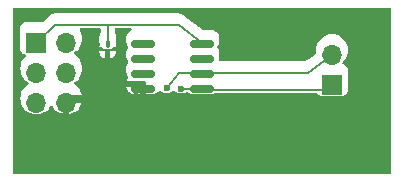
<source format=gbr>
%TF.GenerationSoftware,KiCad,Pcbnew,8.0.1*%
%TF.CreationDate,2024-04-28T15:44:22+08:00*%
%TF.ProjectId,at4pi5,61743470-6935-42e6-9b69-6361645f7063,rev?*%
%TF.SameCoordinates,Original*%
%TF.FileFunction,Copper,L1,Top*%
%TF.FilePolarity,Positive*%
%FSLAX46Y46*%
G04 Gerber Fmt 4.6, Leading zero omitted, Abs format (unit mm)*
G04 Created by KiCad (PCBNEW 8.0.1) date 2024-04-28 15:44:22*
%MOMM*%
%LPD*%
G01*
G04 APERTURE LIST*
G04 Aperture macros list*
%AMRoundRect*
0 Rectangle with rounded corners*
0 $1 Rounding radius*
0 $2 $3 $4 $5 $6 $7 $8 $9 X,Y pos of 4 corners*
0 Add a 4 corners polygon primitive as box body*
4,1,4,$2,$3,$4,$5,$6,$7,$8,$9,$2,$3,0*
0 Add four circle primitives for the rounded corners*
1,1,$1+$1,$2,$3*
1,1,$1+$1,$4,$5*
1,1,$1+$1,$6,$7*
1,1,$1+$1,$8,$9*
0 Add four rect primitives between the rounded corners*
20,1,$1+$1,$2,$3,$4,$5,0*
20,1,$1+$1,$4,$5,$6,$7,0*
20,1,$1+$1,$6,$7,$8,$9,0*
20,1,$1+$1,$8,$9,$2,$3,0*%
G04 Aperture macros list end*
%TA.AperFunction,Conductor*%
%ADD10C,0.200000*%
%TD*%
%TA.AperFunction,SMDPad,CuDef*%
%ADD11RoundRect,0.150000X-0.825000X-0.150000X0.825000X-0.150000X0.825000X0.150000X-0.825000X0.150000X0*%
%TD*%
%TA.AperFunction,ComponentPad*%
%ADD12R,1.700000X1.700000*%
%TD*%
%TA.AperFunction,ComponentPad*%
%ADD13O,1.700000X1.700000*%
%TD*%
%TA.AperFunction,SMDPad,CuDef*%
%ADD14RoundRect,0.100000X-0.100000X0.217500X-0.100000X-0.217500X0.100000X-0.217500X0.100000X0.217500X0*%
%TD*%
%TA.AperFunction,ViaPad*%
%ADD15C,0.600000*%
%TD*%
G04 APERTURE END LIST*
D10*
%TO.N,GND*%
X156000000Y-102000000D02*
X152000000Y-102000000D01*
%TO.N,SDA*%
X161225287Y-100864449D02*
X163041522Y-100864449D01*
%TO.N,SCL*%
X163000000Y-99500000D02*
X172000000Y-99500000D01*
%TO.N,GND*%
X158000000Y-101000000D02*
X156000000Y-102000000D01*
%TO.N,+3.3V*%
X148960000Y-97000000D02*
X150500000Y-95500000D01*
X150500000Y-95500000D02*
X161000000Y-95500000D01*
X161000000Y-95500000D02*
X163000000Y-97000000D01*
%TO.N,SDA*%
X163000000Y-101000000D02*
X173500000Y-101000000D01*
%TO.N,SCL*%
X159991779Y-100804901D02*
X161000000Y-99500000D01*
%TO.N,GND*%
X155000000Y-98000000D02*
X155000000Y-102000000D01*
%TO.N,SDA*%
X173500000Y-101000000D02*
X174000000Y-100540000D01*
%TO.N,SCL*%
X172000000Y-99500000D02*
X174000000Y-98000000D01*
X163000000Y-99500000D02*
X161000000Y-99500000D01*
%TO.N,+3.3V*%
X155000000Y-95500000D02*
X155000000Y-97000000D01*
%TD*%
D11*
%TO.P,U1,1,NC1*%
%TO.N,unconnected-(U1-NC1-Pad1)*%
X158025000Y-97095000D03*
%TO.P,U1,2,AUTH*%
%TO.N,unconnected-(U1-AUTH-Pad2)*%
X158025000Y-98365000D03*
%TO.P,U1,3,NC3*%
%TO.N,unconnected-(U1-NC3-Pad3)*%
X158025000Y-99635000D03*
%TO.P,U1,4,GND*%
%TO.N,GND*%
X158025000Y-100905000D03*
%TO.P,U1,5,SDA*%
%TO.N,SDA*%
X162975000Y-100905000D03*
%TO.P,U1,6,SCL*%
%TO.N,SCL*%
X162975000Y-99635000D03*
%TO.P,U1,7,NC7*%
%TO.N,unconnected-(U1-NC7-Pad7)*%
X162975000Y-98365000D03*
%TO.P,U1,8,VCC*%
%TO.N,+3.3V*%
X162975000Y-97095000D03*
%TD*%
D12*
%TO.P,J1,1,Pin_1*%
%TO.N,+3.3V*%
X148960000Y-97000000D03*
D13*
%TO.P,J1,2,Pin_2*%
%TO.N,unconnected-(J1-Pin_2-Pad2)*%
X151500000Y-97000000D03*
%TO.P,J1,3,Pin_3*%
%TO.N,SDA*%
X148960000Y-99540000D03*
%TO.P,J1,4,Pin_4*%
%TO.N,unconnected-(J1-Pin_4-Pad4)*%
X151500000Y-99540000D03*
%TO.P,J1,5,Pin_5*%
%TO.N,SCL*%
X148960000Y-102080000D03*
%TO.P,J1,6,Pin_6*%
%TO.N,GND*%
X151500000Y-102080000D03*
%TD*%
D12*
%TO.P,J2,1,Pin_1*%
%TO.N,SDA*%
X174000000Y-100540000D03*
D13*
%TO.P,J2,2,Pin_2*%
%TO.N,SCL*%
X174000000Y-98000000D03*
%TD*%
D14*
%TO.P,C1,1*%
%TO.N,+3.3V*%
X155000000Y-97092500D03*
%TO.P,C1,2*%
%TO.N,GND*%
X155000000Y-97907500D03*
%TD*%
D15*
%TO.N,SCL*%
X159983272Y-100834675D03*
%TO.N,SDA*%
X161216780Y-100868703D03*
%TD*%
%TA.AperFunction,Conductor*%
%TO.N,GND*%
G36*
X178943039Y-94020185D02*
G01*
X178988794Y-94072989D01*
X179000000Y-94124500D01*
X179000000Y-107975500D01*
X178980315Y-108042539D01*
X178927511Y-108088294D01*
X178876000Y-108099500D01*
X147124000Y-108099500D01*
X147056961Y-108079815D01*
X147011206Y-108027011D01*
X147000000Y-107975500D01*
X147000000Y-101680000D01*
X147604341Y-101680000D01*
X147624936Y-101915403D01*
X147624938Y-101915413D01*
X147686094Y-102143655D01*
X147686096Y-102143659D01*
X147686097Y-102143663D01*
X147769155Y-102321781D01*
X147785965Y-102357830D01*
X147785967Y-102357834D01*
X147894281Y-102512521D01*
X147921505Y-102551401D01*
X148088599Y-102718495D01*
X148185384Y-102786265D01*
X148282165Y-102854032D01*
X148282167Y-102854033D01*
X148282170Y-102854035D01*
X148496337Y-102953903D01*
X148724592Y-103015063D01*
X148912918Y-103031539D01*
X148959999Y-103035659D01*
X148960000Y-103035659D01*
X148960001Y-103035659D01*
X148999234Y-103032226D01*
X149195408Y-103015063D01*
X149423663Y-102953903D01*
X149637830Y-102854035D01*
X149831401Y-102718495D01*
X149998495Y-102551401D01*
X150128730Y-102365405D01*
X150183307Y-102321781D01*
X150252805Y-102314587D01*
X150315160Y-102346110D01*
X150331879Y-102365405D01*
X150461890Y-102551078D01*
X150628917Y-102718105D01*
X150822421Y-102853600D01*
X151036507Y-102953429D01*
X151036516Y-102953433D01*
X151250000Y-103010634D01*
X151250000Y-102113012D01*
X151307007Y-102145925D01*
X151434174Y-102180000D01*
X151565826Y-102180000D01*
X151692993Y-102145925D01*
X151750000Y-102113012D01*
X151750000Y-103010633D01*
X151963483Y-102953433D01*
X151963492Y-102953429D01*
X152177578Y-102853600D01*
X152371082Y-102718105D01*
X152538105Y-102551082D01*
X152673600Y-102357578D01*
X152773429Y-102143492D01*
X152773432Y-102143486D01*
X152830636Y-101930000D01*
X151933012Y-101930000D01*
X151965925Y-101872993D01*
X152000000Y-101745826D01*
X152000000Y-101614174D01*
X151965925Y-101487007D01*
X151933012Y-101430000D01*
X152830636Y-101430000D01*
X152830635Y-101429999D01*
X152773432Y-101216513D01*
X152773429Y-101216507D01*
X152673600Y-101002422D01*
X152673599Y-101002420D01*
X152538113Y-100808926D01*
X152538108Y-100808920D01*
X152484189Y-100755001D01*
X156552704Y-100755001D01*
X156552899Y-100757486D01*
X156598718Y-100915198D01*
X156682314Y-101056552D01*
X156682321Y-101056561D01*
X156798438Y-101172678D01*
X156798447Y-101172685D01*
X156939803Y-101256282D01*
X156939806Y-101256283D01*
X157097504Y-101302099D01*
X157097510Y-101302100D01*
X157134350Y-101304999D01*
X157134366Y-101305000D01*
X157775000Y-101305000D01*
X157775000Y-100755000D01*
X156552705Y-100755000D01*
X156552704Y-100755001D01*
X152484189Y-100755001D01*
X152371078Y-100641890D01*
X152185405Y-100511879D01*
X152141780Y-100457302D01*
X152134588Y-100387804D01*
X152166110Y-100325449D01*
X152185406Y-100308730D01*
X152185842Y-100308425D01*
X152371401Y-100178495D01*
X152538495Y-100011401D01*
X152674035Y-99817830D01*
X152773903Y-99603663D01*
X152835063Y-99375408D01*
X152855659Y-99140000D01*
X152835063Y-98904592D01*
X152775725Y-98683137D01*
X152773905Y-98676344D01*
X152773904Y-98676343D01*
X152773903Y-98676337D01*
X152674035Y-98462171D01*
X152668425Y-98454158D01*
X152538494Y-98268597D01*
X152371402Y-98101506D01*
X152371396Y-98101501D01*
X152185842Y-97971575D01*
X152142217Y-97916998D01*
X152135023Y-97847500D01*
X152166546Y-97785145D01*
X152185842Y-97768425D01*
X152265808Y-97712432D01*
X152371401Y-97638495D01*
X152538495Y-97471401D01*
X152674035Y-97277830D01*
X152773903Y-97063663D01*
X152835063Y-96835408D01*
X152855659Y-96600000D01*
X152835063Y-96364592D01*
X152781615Y-96165119D01*
X152773905Y-96136344D01*
X152773904Y-96136343D01*
X152773903Y-96136337D01*
X152674035Y-95922171D01*
X152655445Y-95895622D01*
X152633119Y-95829418D01*
X152650129Y-95761650D01*
X152701077Y-95713837D01*
X152757021Y-95700500D01*
X154275500Y-95700500D01*
X154342539Y-95720185D01*
X154388294Y-95772989D01*
X154399500Y-95824500D01*
X154399500Y-96098742D01*
X154379815Y-96165781D01*
X154376073Y-96171103D01*
X154375465Y-96172156D01*
X154314956Y-96318237D01*
X154314955Y-96318239D01*
X154299500Y-96435638D01*
X154299500Y-96949363D01*
X154314954Y-97066756D01*
X154315525Y-97068886D01*
X154315525Y-97071091D01*
X154316016Y-97074821D01*
X154315525Y-97074885D01*
X154315526Y-97125184D01*
X154316505Y-97125313D01*
X154315526Y-97132741D01*
X154315527Y-97133060D01*
X154315444Y-97133368D01*
X154300000Y-97250669D01*
X154300000Y-97307500D01*
X154389574Y-97307500D01*
X154456613Y-97327185D01*
X154464878Y-97333845D01*
X154465271Y-97333334D01*
X154471716Y-97338279D01*
X154471718Y-97338282D01*
X154597159Y-97434536D01*
X154597160Y-97434536D01*
X154597161Y-97434537D01*
X154680215Y-97468939D01*
X154734619Y-97512780D01*
X154756684Y-97579074D01*
X154739405Y-97646773D01*
X154688268Y-97694384D01*
X154632763Y-97707500D01*
X154300001Y-97707500D01*
X154300001Y-97764324D01*
X154315442Y-97881628D01*
X154315444Y-97881633D01*
X154375899Y-98027585D01*
X154472075Y-98152924D01*
X154597414Y-98249100D01*
X154743366Y-98309555D01*
X154743372Y-98309557D01*
X154799998Y-98317011D01*
X154800000Y-98317010D01*
X154800000Y-97695295D01*
X154781195Y-97660857D01*
X154786179Y-97591165D01*
X154828051Y-97535232D01*
X154893515Y-97510815D01*
X154902337Y-97510499D01*
X155097638Y-97510499D01*
X155164677Y-97530184D01*
X155210432Y-97582988D01*
X155220376Y-97652146D01*
X155200000Y-97696763D01*
X155200000Y-98317010D01*
X155200001Y-98317011D01*
X155256627Y-98309557D01*
X155256633Y-98309555D01*
X155402585Y-98249100D01*
X155527924Y-98152924D01*
X155624100Y-98027586D01*
X155684554Y-97881634D01*
X155684555Y-97881630D01*
X155699999Y-97764330D01*
X155700000Y-97764316D01*
X155700000Y-97707500D01*
X155367237Y-97707500D01*
X155300198Y-97687815D01*
X155254443Y-97635011D01*
X155244499Y-97565853D01*
X155273524Y-97502297D01*
X155319785Y-97468939D01*
X155327032Y-97465936D01*
X155402841Y-97434536D01*
X155528282Y-97338282D01*
X155528283Y-97338279D01*
X155534729Y-97333334D01*
X155536860Y-97336111D01*
X155584068Y-97310334D01*
X155610426Y-97307500D01*
X155699999Y-97307500D01*
X155699999Y-97250677D01*
X155684555Y-97133371D01*
X155684475Y-97133069D01*
X155684475Y-97132756D01*
X155683495Y-97125312D01*
X155684475Y-97125182D01*
X155684475Y-97074884D01*
X155683983Y-97074820D01*
X155684475Y-97071075D01*
X155684476Y-97068879D01*
X155685040Y-97066771D01*
X155685044Y-97066762D01*
X155700500Y-96949361D01*
X155700499Y-96435640D01*
X155700499Y-96435638D01*
X155700499Y-96435636D01*
X155685046Y-96318246D01*
X155685044Y-96318239D01*
X155685044Y-96318238D01*
X155624536Y-96172159D01*
X155624534Y-96172156D01*
X155620472Y-96165119D01*
X155622213Y-96164113D01*
X155600930Y-96109057D01*
X155600500Y-96098742D01*
X155600500Y-95824500D01*
X155620185Y-95757461D01*
X155672989Y-95711706D01*
X155724500Y-95700500D01*
X156903903Y-95700500D01*
X156970942Y-95720185D01*
X157016697Y-95772989D01*
X157026641Y-95842147D01*
X156997616Y-95905703D01*
X156946164Y-95938768D01*
X156946765Y-95940156D01*
X156939603Y-95943255D01*
X156798137Y-96026917D01*
X156798129Y-96026923D01*
X156681923Y-96143129D01*
X156681917Y-96143137D01*
X156598255Y-96284603D01*
X156598254Y-96284606D01*
X156552402Y-96442426D01*
X156552401Y-96442432D01*
X156549500Y-96479298D01*
X156549500Y-96910701D01*
X156552401Y-96947567D01*
X156552402Y-96947573D01*
X156598254Y-97105393D01*
X156598255Y-97105396D01*
X156598256Y-97105398D01*
X156614615Y-97133060D01*
X156681917Y-97246862D01*
X156686702Y-97253031D01*
X156684256Y-97254927D01*
X156710857Y-97303642D01*
X156705873Y-97373334D01*
X156685069Y-97405703D01*
X156686702Y-97406969D01*
X156681917Y-97413137D01*
X156598255Y-97554603D01*
X156598254Y-97554606D01*
X156552402Y-97712426D01*
X156552401Y-97712432D01*
X156549500Y-97749298D01*
X156549500Y-98180701D01*
X156552401Y-98217567D01*
X156552402Y-98217573D01*
X156598254Y-98375393D01*
X156598255Y-98375396D01*
X156681917Y-98516862D01*
X156686702Y-98523031D01*
X156684256Y-98524927D01*
X156710857Y-98573642D01*
X156705873Y-98643334D01*
X156685069Y-98675703D01*
X156686702Y-98676969D01*
X156681917Y-98683137D01*
X156598255Y-98824603D01*
X156598254Y-98824606D01*
X156552402Y-98982426D01*
X156552401Y-98982432D01*
X156549500Y-99019298D01*
X156549500Y-99450701D01*
X156552401Y-99487567D01*
X156552402Y-99487573D01*
X156598254Y-99645393D01*
X156598255Y-99645396D01*
X156598256Y-99645398D01*
X156630843Y-99700499D01*
X156679357Y-99782534D01*
X156681918Y-99786864D01*
X156686702Y-99793031D01*
X156684369Y-99794840D01*
X156711210Y-99843995D01*
X156706226Y-99913687D01*
X156685470Y-99946021D01*
X156687097Y-99947283D01*
X156682313Y-99953449D01*
X156598718Y-100094801D01*
X156552899Y-100252513D01*
X156552704Y-100254998D01*
X156552705Y-100255000D01*
X158151000Y-100255000D01*
X158218039Y-100274685D01*
X158263794Y-100327489D01*
X158275000Y-100379000D01*
X158275000Y-101305000D01*
X158915634Y-101305000D01*
X158915649Y-101304999D01*
X158952489Y-101302100D01*
X158952495Y-101302099D01*
X159110193Y-101256283D01*
X159110196Y-101256282D01*
X159251552Y-101172685D01*
X159251557Y-101172681D01*
X159336616Y-101087622D01*
X159397939Y-101054137D01*
X159467631Y-101059121D01*
X159490266Y-101070307D01*
X159633750Y-101160464D01*
X159793420Y-101216335D01*
X159804017Y-101220043D01*
X159804022Y-101220044D01*
X159983268Y-101240240D01*
X159983272Y-101240240D01*
X159983276Y-101240240D01*
X160162521Y-101220044D01*
X160162524Y-101220043D01*
X160162527Y-101220043D01*
X160332794Y-101160464D01*
X160485534Y-101064491D01*
X160495328Y-101054697D01*
X160556650Y-101021210D01*
X160626342Y-101026192D01*
X160670693Y-101054694D01*
X160714518Y-101098519D01*
X160742441Y-101116064D01*
X160833182Y-101173081D01*
X160867258Y-101194492D01*
X160975387Y-101232328D01*
X161037525Y-101254071D01*
X161037530Y-101254072D01*
X161216776Y-101274268D01*
X161216780Y-101274268D01*
X161216784Y-101274268D01*
X161396029Y-101254072D01*
X161396032Y-101254071D01*
X161396035Y-101254071D01*
X161566302Y-101194492D01*
X161608569Y-101167933D01*
X161675803Y-101148933D01*
X161742639Y-101169300D01*
X161746945Y-101172377D01*
X161748134Y-101173080D01*
X161748135Y-101173081D01*
X161889602Y-101256744D01*
X161931224Y-101268836D01*
X162047426Y-101302597D01*
X162047429Y-101302597D01*
X162047431Y-101302598D01*
X162084306Y-101305500D01*
X162084314Y-101305500D01*
X163865686Y-101305500D01*
X163865694Y-101305500D01*
X163902569Y-101302598D01*
X163902571Y-101302597D01*
X163902573Y-101302597D01*
X163944191Y-101290505D01*
X164060398Y-101256744D01*
X164126303Y-101217767D01*
X164189424Y-101200500D01*
X172620306Y-101200500D01*
X172687345Y-101220185D01*
X172719571Y-101250187D01*
X172792454Y-101347546D01*
X172826447Y-101372993D01*
X172907664Y-101433793D01*
X172907671Y-101433797D01*
X173042517Y-101484091D01*
X173042516Y-101484091D01*
X173049444Y-101484835D01*
X173102127Y-101490500D01*
X174897872Y-101490499D01*
X174957483Y-101484091D01*
X175092331Y-101433796D01*
X175207546Y-101347546D01*
X175293796Y-101232331D01*
X175344091Y-101097483D01*
X175350500Y-101037873D01*
X175350499Y-99242128D01*
X175344091Y-99182517D01*
X175328233Y-99140000D01*
X175293797Y-99047671D01*
X175293793Y-99047664D01*
X175207547Y-98932455D01*
X175207544Y-98932452D01*
X175092335Y-98846206D01*
X175092328Y-98846202D01*
X174960917Y-98797189D01*
X174904983Y-98755318D01*
X174880566Y-98689853D01*
X174895418Y-98621580D01*
X174916563Y-98593332D01*
X175038495Y-98471401D01*
X175174035Y-98277830D01*
X175273903Y-98063663D01*
X175335063Y-97835408D01*
X175355659Y-97600000D01*
X175335063Y-97364592D01*
X175273903Y-97136337D01*
X175174035Y-96922171D01*
X175165994Y-96910686D01*
X175038494Y-96728597D01*
X174871402Y-96561506D01*
X174871395Y-96561501D01*
X174677834Y-96425967D01*
X174677830Y-96425965D01*
X174677828Y-96425964D01*
X174463663Y-96326097D01*
X174463659Y-96326096D01*
X174463655Y-96326094D01*
X174235413Y-96264938D01*
X174235403Y-96264936D01*
X174000001Y-96244341D01*
X173999999Y-96244341D01*
X173764596Y-96264936D01*
X173764586Y-96264938D01*
X173536344Y-96326094D01*
X173536335Y-96326098D01*
X173322171Y-96425964D01*
X173322169Y-96425965D01*
X173128597Y-96561505D01*
X172961505Y-96728597D01*
X172825965Y-96922169D01*
X172825964Y-96922171D01*
X172740525Y-97105396D01*
X172727482Y-97133368D01*
X172726098Y-97136335D01*
X172726094Y-97136344D01*
X172664938Y-97364586D01*
X172664936Y-97364596D01*
X172644341Y-97599999D01*
X172644341Y-97600001D01*
X172660183Y-97781075D01*
X172646416Y-97849575D01*
X172611055Y-97891082D01*
X172011293Y-98340905D01*
X171837299Y-98471401D01*
X171832900Y-98474700D01*
X171767458Y-98499176D01*
X171758500Y-98499500D01*
X164530842Y-98499500D01*
X164463803Y-98479815D01*
X164418048Y-98427011D01*
X164408104Y-98357853D01*
X164411766Y-98340905D01*
X164447597Y-98217573D01*
X164447598Y-98217567D01*
X164450499Y-98180701D01*
X164450500Y-98180694D01*
X164450500Y-97749306D01*
X164447598Y-97712431D01*
X164446165Y-97707500D01*
X164401745Y-97554606D01*
X164401744Y-97554603D01*
X164401744Y-97554602D01*
X164318081Y-97413135D01*
X164318078Y-97413132D01*
X164313298Y-97406969D01*
X164315750Y-97405066D01*
X164289155Y-97356421D01*
X164294104Y-97286726D01*
X164314940Y-97254304D01*
X164313298Y-97253031D01*
X164318075Y-97246870D01*
X164318081Y-97246865D01*
X164401744Y-97105398D01*
X164447077Y-96949363D01*
X164447597Y-96947573D01*
X164447598Y-96947567D01*
X164450500Y-96910694D01*
X164450500Y-96479306D01*
X164447598Y-96442431D01*
X164445624Y-96435638D01*
X164401745Y-96284606D01*
X164401744Y-96284603D01*
X164401744Y-96284602D01*
X164318081Y-96143135D01*
X164318079Y-96143133D01*
X164318076Y-96143129D01*
X164201870Y-96026923D01*
X164201862Y-96026917D01*
X164060396Y-95943255D01*
X164060393Y-95943254D01*
X163902573Y-95897402D01*
X163902567Y-95897401D01*
X163865701Y-95894500D01*
X163865694Y-95894500D01*
X163101500Y-95894500D01*
X163034461Y-95874815D01*
X163027100Y-95869700D01*
X162966833Y-95824500D01*
X162153269Y-95214327D01*
X161401492Y-94650494D01*
X161388211Y-94638975D01*
X161368717Y-94619481D01*
X161368716Y-94619480D01*
X161337903Y-94601690D01*
X161325502Y-94593502D01*
X161297057Y-94572168D01*
X161297047Y-94572162D01*
X161271467Y-94561894D01*
X161255663Y-94554209D01*
X161231784Y-94540423D01*
X161197422Y-94531215D01*
X161183331Y-94526518D01*
X161150318Y-94513267D01*
X161122940Y-94509968D01*
X161105687Y-94506635D01*
X161079057Y-94499500D01*
X161043495Y-94499500D01*
X161028662Y-94498610D01*
X161027840Y-94498511D01*
X160993339Y-94494354D01*
X160966039Y-94498254D01*
X160948504Y-94499500D01*
X150504819Y-94499500D01*
X150503188Y-94499489D01*
X150428852Y-94498510D01*
X150427754Y-94498641D01*
X150427230Y-94498671D01*
X150425715Y-94498871D01*
X150424160Y-94499065D01*
X150422578Y-94499252D01*
X150422046Y-94499354D01*
X150420954Y-94499497D01*
X150349180Y-94518728D01*
X150347606Y-94519138D01*
X150275594Y-94537422D01*
X150274530Y-94537847D01*
X150274034Y-94538012D01*
X150272685Y-94538571D01*
X150271172Y-94539186D01*
X150269750Y-94539753D01*
X150269257Y-94539992D01*
X150268212Y-94540424D01*
X150203823Y-94577599D01*
X150202407Y-94578404D01*
X150137632Y-94614674D01*
X150136722Y-94615354D01*
X150136281Y-94615644D01*
X150135083Y-94616564D01*
X150133807Y-94617530D01*
X150132588Y-94618439D01*
X150132188Y-94618786D01*
X150131287Y-94619476D01*
X150078737Y-94672026D01*
X150077577Y-94673170D01*
X149521989Y-95214327D01*
X149460231Y-95247003D01*
X149435469Y-95249500D01*
X148062129Y-95249500D01*
X148062123Y-95249501D01*
X148002516Y-95255908D01*
X147867671Y-95306202D01*
X147867664Y-95306206D01*
X147752455Y-95392452D01*
X147752452Y-95392455D01*
X147666206Y-95507664D01*
X147666202Y-95507671D01*
X147615908Y-95642517D01*
X147609501Y-95702116D01*
X147609500Y-95702135D01*
X147609500Y-97497870D01*
X147609501Y-97497876D01*
X147615908Y-97557483D01*
X147666202Y-97692328D01*
X147666206Y-97692335D01*
X147752452Y-97807544D01*
X147752455Y-97807547D01*
X147867664Y-97893793D01*
X147867671Y-97893797D01*
X147999081Y-97942810D01*
X148055015Y-97984681D01*
X148079432Y-98050145D01*
X148064580Y-98118418D01*
X148043430Y-98146673D01*
X147921503Y-98268600D01*
X147785965Y-98462169D01*
X147785964Y-98462171D01*
X147686098Y-98676335D01*
X147686094Y-98676344D01*
X147624938Y-98904586D01*
X147624936Y-98904596D01*
X147604341Y-99139999D01*
X147604341Y-99140000D01*
X147624936Y-99375403D01*
X147624938Y-99375413D01*
X147686094Y-99603655D01*
X147686096Y-99603659D01*
X147686097Y-99603663D01*
X147751031Y-99742914D01*
X147785965Y-99817830D01*
X147785967Y-99817834D01*
X147894281Y-99972521D01*
X147921501Y-100011396D01*
X147921506Y-100011402D01*
X148088597Y-100178493D01*
X148088603Y-100178498D01*
X148274158Y-100308425D01*
X148317783Y-100363002D01*
X148324977Y-100432500D01*
X148293454Y-100494855D01*
X148274158Y-100511575D01*
X148088597Y-100641505D01*
X147921505Y-100808597D01*
X147785965Y-101002169D01*
X147785964Y-101002171D01*
X147686098Y-101216335D01*
X147686094Y-101216344D01*
X147624938Y-101444586D01*
X147624936Y-101444596D01*
X147604341Y-101679999D01*
X147604341Y-101680000D01*
X147000000Y-101680000D01*
X147000000Y-94124500D01*
X147019685Y-94057461D01*
X147072489Y-94011706D01*
X147124000Y-94000500D01*
X178876000Y-94000500D01*
X178943039Y-94020185D01*
G37*
%TD.AperFunction*%
%TD*%
M02*

</source>
